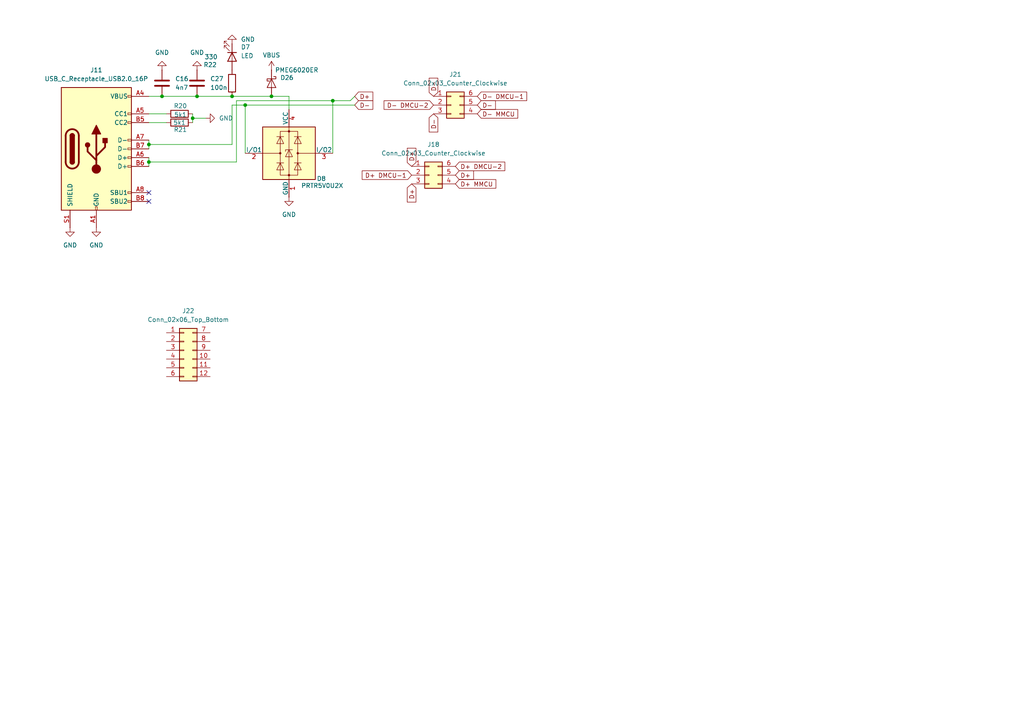
<source format=kicad_sch>
(kicad_sch (version 20250114) (generator "eeschema") (generator_version "9.0")
  (paper "A4")
  (lib_symbols
    (symbol "Connector:USB_C_Receptacle_USB2.0_16P" (pin_names (offset 1.016))
      (property "Reference" "J" (at 0 22.225 0))
      (property "Value" "USB_C_Receptacle_USB2.0_16P" (at 0 19.685 0))
      (symbol "USB_C_Receptacle_USB2.0_16P_0_0"
        (rectangle (start -0.254 -17.78) (end 0.254 -16.764))
        (rectangle (start 10.16 15.494) (end 9.144 14.986))
        (rectangle (start 10.16 10.414) (end 9.144 9.906))
        (rectangle (start 10.16 7.874) (end 9.144 7.366))
        (rectangle (start 10.16 2.794) (end 9.144 2.286))
        (rectangle (start 10.16 0.254) (end 9.144 -0.254))
        (rectangle (start 10.16 -2.286) (end 9.144 -2.794))
        (rectangle (start 10.16 -4.826) (end 9.144 -5.334))
        (rectangle (start 10.16 -12.446) (end 9.144 -12.954))
        (rectangle (start 10.16 -14.986) (end 9.144 -15.494))
      )
      (symbol "USB_C_Receptacle_USB2.0_16P_0_1"
        (rectangle (start -10.16 17.78) (end 10.16 -17.78) (stroke (width 0.254)) (fill (type background)))
        (polyline (pts (xy -8.89 -3.81) (xy -8.89 3.81)) (stroke (width 0.508)))
        (rectangle (start -7.62 -3.81) (end -6.35 3.81) (stroke (width 0.254)) (fill (type outline)))
        (arc (start -7.62 3.81) (mid -6.985 4.4423) (end -6.35 3.81) (stroke (width 0.254)))
        (arc (start -7.62 3.81) (mid -6.985 4.4423) (end -6.35 3.81) (stroke (width 0.254)) (fill (type outline)))
        (arc (start -8.89 3.81) (mid -6.985 5.7067) (end -5.08 3.81) (stroke (width 0.508)))
        (arc (start -5.08 -3.81) (mid -6.985 -5.7067) (end -8.89 -3.81) (stroke (width 0.508)))
        (arc (start -6.35 -3.81) (mid -6.985 -4.4423) (end -7.62 -3.81) (stroke (width 0.254)))
        (arc (start -6.35 -3.81) (mid -6.985 -4.4423) (end -7.62 -3.81) (stroke (width 0.254)) (fill (type outline)))
        (polyline (pts (xy -5.08 3.81) (xy -5.08 -3.81)) (stroke (width 0.508)))
        (circle (center -2.54 1.143) (radius 0.635) (stroke (width 0.254)) (fill (type outline)))
        (polyline (pts (xy -1.27 4.318) (xy 0 6.858) (xy 1.27 4.318) (xy -1.27 4.318)) (stroke (width 0.254)) (fill (type outline)))
        (polyline (pts (xy 0 -2.032) (xy 2.54 0.508) (xy 2.54 1.778)) (stroke (width 0.508)))
        (polyline (pts (xy 0 -3.302) (xy -2.54 -0.762) (xy -2.54 0.508)) (stroke (width 0.508)))
        (polyline (pts (xy 0 -5.842) (xy 0 4.318)) (stroke (width 0.508)))
        (circle (center 0 -5.842) (radius 1.27) (fill (type outline)))
        (rectangle (start 1.905 1.778) (end 3.175 3.048) (stroke (width 0.254)) (fill (type outline)))
      )
      (symbol "USB_C_Receptacle_USB2.0_16P_1_1"
        (pin passive line (at -7.62 -22.86 90) (length 5.08) (name "SHIELD") (number "S1"))
        (pin passive line (at 0 -22.86 90) (length 5.08) (name "GND") (number "A1"))
        (pin passive line (at 0 -22.86 90) (length 5.08) (hide yes) (name "GND") (number "A12"))
        (pin passive line (at 0 -22.86 90) (length 5.08) (hide yes) (name "GND") (number "B1"))
        (pin passive line (at 0 -22.86 90) (length 5.08) (hide yes) (name "GND") (number "B12"))
        (pin passive line (at 15.24 15.24 180) (length 5.08) (name "VBUS") (number "A4"))
        (pin passive line (at 15.24 15.24 180) (length 5.08) (hide yes) (name "VBUS") (number "A9"))
        (pin passive line (at 15.24 15.24 180) (length 5.08) (hide yes) (name "VBUS") (number "B4"))
        (pin passive line (at 15.24 15.24 180) (length 5.08) (hide yes) (name "VBUS") (number "B9"))
        (pin bidirectional line (at 15.24 10.16 180) (length 5.08) (name "CC1") (number "A5"))
        (pin bidirectional line (at 15.24 7.62 180) (length 5.08) (name "CC2") (number "B5"))
        (pin bidirectional line (at 15.24 2.54 180) (length 5.08) (name "D-") (number "A7"))
        (pin bidirectional line (at 15.24 0 180) (length 5.08) (name "D-") (number "B7"))
        (pin bidirectional line (at 15.24 -2.54 180) (length 5.08) (name "D+") (number "A6"))
        (pin bidirectional line (at 15.24 -5.08 180) (length 5.08) (name "D+") (number "B6"))
        (pin bidirectional line (at 15.24 -12.7 180) (length 5.08) (name "SBU1") (number "A8"))
        (pin bidirectional line (at 15.24 -15.24 180) (length 5.08) (name "SBU2") (number "B8"))
      )
    )
    (symbol "Connector_Generic:Conn_02x03_Counter_Clockwise" (pin_names (offset 1.016) (hide yes))
      (property "Reference" "J" (at 1.27 5.08 0))
      (property "Value" "Conn_02x03_Counter_Clockwise" (at 1.27 -5.08 0))
      (symbol "Conn_02x03_Counter_Clockwise_1_1"
        (rectangle (start -1.27 3.81) (end 3.81 -3.81) (stroke (width 0.254)) (fill (type background)))
        (rectangle (start -1.27 2.667) (end 0 2.413) (stroke (width 0.1524)))
        (rectangle (start -1.27 0.127) (end 0 -0.127) (stroke (width 0.1524)))
        (rectangle (start -1.27 -2.413) (end 0 -2.667) (stroke (width 0.1524)))
        (rectangle (start 3.81 2.667) (end 2.54 2.413) (stroke (width 0.1524)))
        (rectangle (start 3.81 0.127) (end 2.54 -0.127) (stroke (width 0.1524)))
        (rectangle (start 3.81 -2.413) (end 2.54 -2.667) (stroke (width 0.1524)))
        (pin passive line (at -5.08 2.54 0) (length 3.81) (name "Pin_1") (number "1"))
        (pin passive line (at -5.08 0 0) (length 3.81) (name "Pin_2") (number "2"))
        (pin passive line (at -5.08 -2.54 0) (length 3.81) (name "Pin_3") (number "3"))
        (pin passive line (at 7.62 2.54 180) (length 3.81) (name "Pin_6") (number "6"))
        (pin passive line (at 7.62 0 180) (length 3.81) (name "Pin_5") (number "5"))
        (pin passive line (at 7.62 -2.54 180) (length 3.81) (name "Pin_4") (number "4"))
      )
    )
    (symbol "Connector_Generic:Conn_02x06_Top_Bottom" (pin_names (offset 1.016) (hide yes))
      (property "Reference" "J" (at 1.27 7.62 0))
      (property "Value" "Conn_02x06_Top_Bottom" (at 1.27 -10.16 0))
      (symbol "Conn_02x06_Top_Bottom_1_1"
        (rectangle (start -1.27 6.35) (end 3.81 -8.89) (stroke (width 0.254)) (fill (type background)))
        (rectangle (start -1.27 5.207) (end 0 4.953) (stroke (width 0.1524)))
        (rectangle (start -1.27 2.667) (end 0 2.413) (stroke (width 0.1524)))
        (rectangle (start -1.27 0.127) (end 0 -0.127) (stroke (width 0.1524)))
        (rectangle (start -1.27 -2.413) (end 0 -2.667) (stroke (width 0.1524)))
        (rectangle (start -1.27 -4.953) (end 0 -5.207) (stroke (width 0.1524)))
        (rectangle (start -1.27 -7.493) (end 0 -7.747) (stroke (width 0.1524)))
        (rectangle (start 3.81 5.207) (end 2.54 4.953) (stroke (width 0.1524)))
        (rectangle (start 3.81 2.667) (end 2.54 2.413) (stroke (width 0.1524)))
        (rectangle (start 3.81 0.127) (end 2.54 -0.127) (stroke (width 0.1524)))
        (rectangle (start 3.81 -2.413) (end 2.54 -2.667) (stroke (width 0.1524)))
        (rectangle (start 3.81 -4.953) (end 2.54 -5.207) (stroke (width 0.1524)))
        (rectangle (start 3.81 -7.493) (end 2.54 -7.747) (stroke (width 0.1524)))
        (pin passive line (at -5.08 5.08 0) (length 3.81) (name "Pin_1") (number "1"))
        (pin passive line (at -5.08 2.54 0) (length 3.81) (name "Pin_2") (number "2"))
        (pin passive line (at -5.08 0 0) (length 3.81) (name "Pin_3") (number "3"))
        (pin passive line (at -5.08 -2.54 0) (length 3.81) (name "Pin_4") (number "4"))
        (pin passive line (at -5.08 -5.08 0) (length 3.81) (name "Pin_5") (number "5"))
        (pin passive line (at -5.08 -7.62 0) (length 3.81) (name "Pin_6") (number "6"))
        (pin passive line (at 7.62 5.08 180) (length 3.81) (name "Pin_7") (number "7"))
        (pin passive line (at 7.62 2.54 180) (length 3.81) (name "Pin_8") (number "8"))
        (pin passive line (at 7.62 0 180) (length 3.81) (name "Pin_9") (number "9"))
        (pin passive line (at 7.62 -2.54 180) (length 3.81) (name "Pin_10") (number "10"))
        (pin passive line (at 7.62 -5.08 180) (length 3.81) (name "Pin_11") (number "11"))
        (pin passive line (at 7.62 -7.62 180) (length 3.81) (name "Pin_12") (number "12"))
      )
    )
    (symbol "Device:C" (pin_numbers (hide yes)) (pin_names (offset 0.254))
      (property "Reference" "C" (at 0.635 2.54 0))
      (property "Value" "C" (at 0.635 -2.54 0))
      (symbol "C_0_1"
        (polyline (pts (xy -2.032 0.762) (xy 2.032 0.762)) (stroke (width 0.508)))
        (polyline (pts (xy -2.032 -0.762) (xy 2.032 -0.762)) (stroke (width 0.508)))
      )
      (symbol "C_1_1"
        (pin passive line (at 0 3.81 270) (length 2.794) (name "~") (number "1"))
        (pin passive line (at 0 -3.81 90) (length 2.794) (name "~") (number "2"))
      )
    )
    (symbol "Device:LED" (pin_numbers (hide yes)) (pin_names (offset 1.016) (hide yes))
      (property "Reference" "D" (at 0 2.54 0))
      (property "Value" "LED" (at 0 -2.54 0))
      (symbol "LED_0_1"
        (polyline (pts (xy -3.048 -0.762) (xy -4.572 -2.286) (xy -3.81 -2.286) (xy -4.572 -2.286) (xy -4.572 -1.524)))
        (polyline (pts (xy -1.778 -0.762) (xy -3.302 -2.286) (xy -2.54 -2.286) (xy -3.302 -2.286) (xy -3.302 -1.524)))
        (polyline (pts (xy -1.27 0) (xy 1.27 0)))
        (polyline (pts (xy -1.27 -1.27) (xy -1.27 1.27)) (stroke (width 0.254)))
        (polyline (pts (xy 1.27 -1.27) (xy 1.27 1.27) (xy -1.27 0) (xy 1.27 -1.27)) (stroke (width 0.254)))
      )
      (symbol "LED_1_1"
        (pin passive line (at -3.81 0 0) (length 2.54) (name "K") (number "1"))
        (pin passive line (at 3.81 0 180) (length 2.54) (name "A") (number "2"))
      )
    )
    (symbol "Device:R" (pin_numbers (hide yes)) (pin_names (offset 0))
      (property "Reference" "R" (at 2.032 0 90))
      (property "Value" "R" (at 0 0 90))
      (symbol "R_0_1"
        (rectangle (start -1.016 -2.54) (end 1.016 2.54) (stroke (width 0.254)))
      )
      (symbol "R_1_1"
        (pin passive line (at 0 3.81 270) (length 1.27) (name "~") (number "1"))
        (pin passive line (at 0 -3.81 90) (length 1.27) (name "~") (number "2"))
      )
    )
    (symbol "Diode:PMEG6020ER" (pin_numbers (hide yes)) (pin_names (hide yes))
      (property "Reference" "D" (at 0 2.54 0))
      (property "Value" "PMEG6020ER" (at 0 -2.54 0))
      (symbol "PMEG6020ER_0_1"
        (polyline (pts (xy -1.905 0.635) (xy -1.905 1.27) (xy -1.27 1.27) (xy -1.27 -1.27) (xy -0.635 -1.27) (xy -0.635 -0.635)) (stroke (width 0.2032)))
        (polyline (pts (xy 1.27 1.27) (xy 1.27 -1.27) (xy -1.27 0) (xy 1.27 1.27)) (stroke (width 0.2032)))
        (polyline (pts (xy 1.27 0) (xy -1.27 0)))
      )
      (symbol "PMEG6020ER_1_1"
        (pin passive line (at -3.81 0 0) (length 2.54) (name "K") (number "1"))
        (pin passive line (at 3.81 0 180) (length 2.54) (name "A") (number "2"))
      )
    )
    (symbol "Power_Protection:PRTR5V0U2X" (pin_names (offset 0))
      (property "Reference" "D" (at 2.794 8.636 0))
      (property "Value" "PRTR5V0U2X" (at 8.128 -9.398 0))
      (symbol "PRTR5V0U2X_0_1"
        (rectangle (start -7.62 -7.62) (end 7.62 7.62) (stroke (width 0.254)) (fill (type background)))
        (polyline (pts (xy -3.556 2.794) (xy -1.524 2.794) (xy -2.54 4.826) (xy -3.556 2.794)))
        (polyline (pts (xy -3.556 -4.826) (xy -1.524 -4.826) (xy -2.54 -2.794) (xy -3.556 -4.826)))
        (rectangle (start -2.54 6.35) (end 2.54 -6.35))
        (circle (center -2.54 0) (radius 0.254) (fill (type outline)))
        (polyline (pts (xy -2.54 0) (xy -7.62 0)))
        (polyline (pts (xy -1.524 4.826) (xy -3.556 4.826)))
        (polyline (pts (xy -1.524 -2.794) (xy -3.556 -2.794)))
        (polyline (pts (xy -1.016 -1.016) (xy 1.016 -1.016) (xy 0 1.016) (xy -1.016 -1.016)))
        (circle (center 0 6.35) (radius 0.254) (fill (type outline)))
        (circle (center 0 -6.35) (radius 0.254) (fill (type outline)))
        (polyline (pts (xy 0 -7.62) (xy 0 7.62)))
        (polyline (pts (xy 1.016 1.016) (xy -1.016 1.016) (xy -1.016 0.508)))
        (polyline (pts (xy 1.524 4.826) (xy 3.556 4.826)))
        (polyline (pts (xy 1.524 -2.794) (xy 3.556 -2.794)))
        (polyline (pts (xy 2.54 0) (xy 7.62 0)))
        (circle (center 2.54 0) (radius 0.254) (fill (type outline)))
        (polyline (pts (xy 3.556 2.794) (xy 1.524 2.794) (xy 2.54 4.826) (xy 3.556 2.794)))
        (polyline (pts (xy 3.556 -4.826) (xy 1.524 -4.826) (xy 2.54 -2.794) (xy 3.556 -4.826)))
      )
      (symbol "PRTR5V0U2X_1_1"
        (pin passive line (at -12.7 0 0) (length 5.08) (name "I/O1") (number "2"))
        (pin passive line (at 0 12.7 270) (length 5.08) (name "VCC") (number "4"))
        (pin passive line (at 0 -12.7 90) (length 5.08) (name "GND") (number "1"))
        (pin passive line (at 12.7 0 180) (length 5.08) (name "I/O2") (number "3"))
      )
    )
    (symbol "power:GND" (power) (pin_numbers (hide yes)) (pin_names (offset 0) (hide yes))
      (property "Value" "GND" (at 0 -3.81 0))
      (symbol "GND_0_1"
        (polyline (pts (xy 0 0) (xy 0 -1.27) (xy 1.27 -1.27) (xy 0 -2.54) (xy -1.27 -1.27) (xy 0 -1.27)))
      )
      (symbol "GND_1_1"
        (pin power_in line (at 0 0 270) (length 0) (name "~") (number "1"))
      )
    )
    (symbol "power:VBUS" (power) (pin_numbers (hide yes)) (pin_names (offset 0) (hide yes))
      (property "Value" "VBUS" (at 0 3.556 0))
      (symbol "VBUS_0_1"
        (polyline (pts (xy -0.762 1.27) (xy 0 2.54)))
        (polyline (pts (xy 0 2.54) (xy 0.762 1.27)))
        (polyline (pts (xy 0 0) (xy 0 2.54)))
      )
      (symbol "VBUS_1_1"
        (pin power_in line (at 0 0 90) (length 0) (name "~") (number "1"))
      )
    )
  )
  (junction (at 43.18 46.99))
  (junction (at 71.12 30.48))
  (junction (at 57.15 27.94))
  (junction (at 96.52 29.21))
  (junction (at 46.99 27.94))
  (junction (at 78.74 27.94))
  (junction (at 43.18 41.91))
  (junction (at 55.88 34.29))
  (junction (at 67.31 27.94))
  (no_connect (at 43.18 58.42))
  (no_connect (at 43.18 55.88))
  (wire (pts (xy 43.18 41.91) (xy 43.18 43.18)))
  (wire (pts (xy 68.58 29.21) (xy 96.52 29.21)))
  (wire (pts (xy 55.88 34.29) (xy 59.69 34.29)))
  (wire (pts (xy 83.82 27.94) (xy 78.74 27.94)))
  (wire (pts (xy 55.88 33.02) (xy 55.88 34.29)))
  (wire (pts (xy 57.15 27.94) (xy 67.31 27.94)))
  (wire (pts (xy 68.58 29.21) (xy 68.58 46.99)))
  (wire (pts (xy 67.31 30.48) (xy 71.12 30.48)))
  (wire (pts (xy 43.18 33.02) (xy 48.26 33.02)))
  (wire (pts (xy 43.18 27.94) (xy 46.99 27.94)))
  (wire (pts (xy 43.18 45.72) (xy 43.18 46.99)))
  (wire (pts (xy 46.99 27.94) (xy 57.15 27.94)))
  (wire (pts (xy 67.31 41.91) (xy 67.31 30.48)))
  (wire (pts (xy 67.31 27.94) (xy 78.74 27.94)))
  (wire (pts (xy 96.52 29.21) (xy 101.6 29.21)))
  (wire (pts (xy 83.82 31.75) (xy 83.82 27.94)))
  (wire (pts (xy 43.18 41.91) (xy 67.31 41.91)))
  (wire (pts (xy 43.18 35.56) (xy 48.26 35.56)))
  (wire (pts (xy 71.12 30.48) (xy 71.12 44.45)))
  (wire (pts (xy 43.18 40.64) (xy 43.18 41.91)))
  (wire (pts (xy 71.12 30.48) (xy 102.87 30.48)))
  (wire (pts (xy 96.52 29.21) (xy 96.52 44.45)))
  (wire (pts (xy 43.18 46.99) (xy 68.58 46.99)))
  (wire (pts (xy 55.88 34.29) (xy 55.88 35.56)))
  (wire (pts (xy 43.18 46.99) (xy 43.18 48.26)))
  (wire (pts (xy 101.6 29.21) (xy 102.87 27.94)))
  (global_label "D-" (shape input) (at 125.73 27.94 90) (property "Intersheetrefs" "${INTERSHEET_REFS}" (effects (hide yes))))
  (global_label "D+ DMCU-2" (shape input) (at 132.08 48.26 0) (property "Intersheetrefs" "${INTERSHEET_REFS}" (effects (hide yes))))
  (global_label "D+" (shape input) (at 102.87 27.94 0) (property "Intersheetrefs" "${INTERSHEET_REFS}" (effects (hide yes))))
  (global_label "D-" (shape input) (at 102.87 30.48 0) (property "Intersheetrefs" "${INTERSHEET_REFS}" (effects (hide yes))))
  (global_label "D-" (shape input) (at 138.43 30.48 0) (property "Intersheetrefs" "${INTERSHEET_REFS}" (effects (hide yes))))
  (global_label "D- DMCU-1" (shape input) (at 138.43 27.94 0) (property "Intersheetrefs" "${INTERSHEET_REFS}" (effects (hide yes))))
  (global_label "D+" (shape input) (at 132.08 50.8 0) (property "Intersheetrefs" "${INTERSHEET_REFS}" (effects (hide yes))))
  (global_label "D+" (shape input) (at 119.38 48.26 90) (property "Intersheetrefs" "${INTERSHEET_REFS}" (effects (hide yes))))
  (global_label "D+ MMCU" (shape input) (at 132.08 53.34 0) (property "Intersheetrefs" "${INTERSHEET_REFS}" (effects (hide yes))))
  (global_label "D- DMCU-2" (shape input) (at 125.73 30.48 180) (property "Intersheetrefs" "${INTERSHEET_REFS}" (effects (hide yes))))
  (global_label "D-" (shape input) (at 125.73 33.02 270) (property "Intersheetrefs" "${INTERSHEET_REFS}" (effects (hide yes))))
  (global_label "D+ DMCU-1" (shape input) (at 119.38 50.8 180) (property "Intersheetrefs" "${INTERSHEET_REFS}" (effects (hide yes))))
  (global_label "D+" (shape input) (at 119.38 53.34 270) (property "Intersheetrefs" "${INTERSHEET_REFS}" (effects (hide yes))))
  (global_label "D- MMCU" (shape input) (at 138.43 33.02 0) (property "Intersheetrefs" "${INTERSHEET_REFS}" (effects (hide yes))))
  (symbol (lib_id "power:GND") (at 20.32 66.04 0) (unit 1)
    (property "Reference" "#PWR096" (effects (hide yes)))
    (property "Value" "GND" (at 20.32 71.12 0))
    (property "Description" "Power symbol creates a global label with name \"GND\" , ground" (effects (hide yes)))
  )
  (symbol (lib_id "Device:R") (at 67.31 24.13 0) (unit 1)
    (property "Reference" "R22" (at 60.96 18.796 0))
    (property "Value" "330" (at 61.214 16.51 0))
    (property "Footprint" "Resistor_SMD:R_0603_1608Metric" (effects (hide yes)))
    (property "Description" "Resistor" (effects (hide yes)))
  )
  (symbol (lib_id "Diode:PMEG6020ER") (at 78.74 24.13 270) (unit 1)
    (property "Reference" "D26" (at 81.28 22.5424 90) (effects (justify left)))
    (property "Value" "PMEG6020ER" (at 79.756 20.32 90) (effects (justify left)))
    (property "Footprint" "Diode_SMD:Nexperia_CFP3_SOD-123W" (effects (hide yes)))
    (property "Datasheet" "https://assets.nexperia.com/documents/data-sheet/PMEG6020ER.pdf" (effects (hide yes)))
    (property "Description" "60V, 2A low Vf MEGA Schottky barrier rectifier, SOD-123W" (effects (hide yes)))
  )
  (symbol (lib_id "Connector_Generic:Conn_02x03_Counter_Clockwise") (at 130.81 30.48 0) (unit 1)
    (property "Reference" "J21" (at 132.08 21.59 0))
    (property "Value" "Conn_02x03_Counter_Clockwise" (at 132.08 24.13 0))
    (property "Footprint" "Connector_PinHeader_2.54mm:PinHeader_2x03_P2.54mm_Vertical" (effects (hide yes)))
    (property "Description" "Generic connector, double row, 02x03, counter clockwise pin numbering scheme (similar to DIP package numbering), script generated (kicad-library-utils/schlib/autogen/connector/)" (effects (hide yes)))
  )
  (symbol (lib_id "power:GND") (at 57.15 20.32 180) (unit 1)
    (property "Reference" "#PWR072" (effects (hide yes)))
    (property "Value" "GND" (at 57.15 15.24 0))
    (property "Description" "Power symbol creates a global label with name \"GND\" , ground" (effects (hide yes)))
  )
  (symbol (lib_id "Device:R") (at 52.07 35.56 90) (unit 1)
    (property "Reference" "R21" (at 52.324 37.592 90))
    (property "Value" "5k1" (at 52.07 35.56 90))
    (property "Footprint" "Resistor_SMD:R_0603_1608Metric" (effects (hide yes)))
    (property "Description" "Resistor" (effects (hide yes)))
  )
  (symbol (lib_id "power:GND") (at 59.69 34.29 90) (unit 1)
    (property "Reference" "#PWR0169" (effects (hide yes)))
    (property "Value" "GND" (at 63.5 34.2899 90) (effects (justify right)))
    (property "Description" "Power symbol creates a global label with name \"GND\" , ground" (effects (hide yes)))
  )
  (symbol (lib_id "power:GND") (at 83.82 57.15 0) (unit 1)
    (property "Reference" "#PWR0175" (effects (hide yes)))
    (property "Value" "GND" (at 83.82 62.23 0))
    (property "Description" "Power symbol creates a global label with name \"GND\" , ground" (effects (hide yes)))
  )
  (symbol (lib_id "Device:LED") (at 67.31 16.51 270) (unit 1)
    (property "Reference" "D7" (at 69.85 13.6524 90) (effects (justify left)))
    (property "Value" "LED" (at 69.85 16.1924 90) (effects (justify left)))
    (property "Footprint" "LED_SMD:LED_0603_1608Metric" (effects (hide yes)))
    (property "Description" "Light emitting diode" (effects (hide yes)))
    (property "Sim.Pins" "1=K 2=A" (effects (hide yes)))
  )
  (symbol (lib_id "Device:C") (at 46.99 24.13 0) (unit 1)
    (property "Reference" "C16" (at 50.8 22.8599 0) (effects (justify left)))
    (property "Value" "4n7" (at 50.8 25.3999 0) (effects (justify left)))
    (property "Footprint" "Capacitor_SMD:C_0603_1608Metric" (effects (hide yes)))
    (property "Description" "Unpolarized capacitor" (effects (hide yes)))
  )
  (symbol (lib_id "Connector_Generic:Conn_02x03_Counter_Clockwise") (at 124.46 50.8 0) (unit 1)
    (property "Reference" "J18" (at 125.73 41.91 0))
    (property "Value" "Conn_02x03_Counter_Clockwise" (at 125.73 44.45 0))
    (property "Footprint" "Connector_PinHeader_2.54mm:PinHeader_2x03_P2.54mm_Vertical" (effects (hide yes)))
    (property "Description" "Generic connector, double row, 02x03, counter clockwise pin numbering scheme (similar to DIP package numbering), script generated (kicad-library-utils/schlib/autogen/connector/)" (effects (hide yes)))
  )
  (symbol (lib_id "Power_Protection:PRTR5V0U2X") (at 83.82 44.45 0) (unit 1)
    (property "Reference" "D8" (at 93.218 51.816 0))
    (property "Value" "PRTR5V0U2X" (at 93.472 53.848 0))
    (property "Footprint" "Package_TO_SOT_SMD:SOT-143" (effects (hide yes)))
    (property "Datasheet" "https://assets.nexperia.com/documents/data-sheet/PRTR5V0U2X.pdf" (effects (hide yes)))
    (property "Description" "Ultra low capacitance double rail-to-rail ESD protection diode, SOT-143" (effects (hide yes)))
  )
  (symbol (lib_id "power:VBUS") (at 78.74 20.32 0) (unit 1)
    (property "Reference" "#PWR0170" (effects (hide yes)))
    (property "Value" "VBUS" (at 78.74 16.002 0))
    (property "Description" "Power symbol creates a global label with name \"VBUS\"" (effects (hide yes)))
  )
  (symbol (lib_id "power:GND") (at 27.94 66.04 0) (unit 1)
    (property "Reference" "#PWR033" (effects (hide yes)))
    (property "Value" "GND" (at 27.94 71.12 0))
    (property "Description" "Power symbol creates a global label with name \"GND\" , ground" (effects (hide yes)))
  )
  (symbol (lib_id "Connector_Generic:Conn_02x06_Top_Bottom") (at 53.34 101.6 0) (unit 1)
    (property "Reference" "J22" (at 54.61 90.17 0))
    (property "Value" "Conn_02x06_Top_Bottom" (at 54.61 92.71 0))
    (property "Footprint" "TerminalBlock_WAGO:TerminalBlock_WAGO_233-503_2x03_P2.54mm" (effects (hide yes)))
    (property "Description" "Generic connector, double row, 02x06, top/bottom pin numbering scheme (row 1: 1...pins_per_row, row2: pins_per_row+1 ... num_pins), script generated (kicad-library-utils/schlib/autogen/connector/)" (effects (hide yes)))
  )
  (symbol (lib_id "Device:R") (at 52.07 33.02 90) (unit 1)
    (property "Reference" "R20" (at 52.324 30.734 90))
    (property "Value" "5k1" (at 52.324 33.274 90))
    (property "Footprint" "Resistor_SMD:R_0603_1608Metric" (effects (hide yes)))
    (property "Description" "Resistor" (effects (hide yes)))
  )
  (symbol (lib_id "Connector:USB_C_Receptacle_USB2.0_16P") (at 27.94 43.18 0) (unit 1)
    (property "Reference" "J11" (at 27.94 20.32 0))
    (property "Value" "USB_C_Receptacle_USB2.0_16P" (at 27.94 22.86 0))
    (property "Footprint" "Connector_USB:USB_C_Receptacle_GCT_USB4105-xx-A_16P_TopMnt_Horizontal" (effects (hide yes)))
    (property "Datasheet" "https://www.usb.org/sites/default/files/documents/usb_type-c.zip" (effects (hide yes)))
    (property "Description" "USB 2.0-only 16P Type-C Receptacle connector" (effects (hide yes)))
  )
  (symbol (lib_id "power:GND") (at 46.99 20.32 180) (unit 1)
    (property "Reference" "#PWR071" (effects (hide yes)))
    (property "Value" "GND" (at 46.99 15.24 0))
    (property "Description" "Power symbol creates a global label with name \"GND\" , ground" (effects (hide yes)))
  )
  (symbol (lib_id "Device:C") (at 57.15 24.13 0) (unit 1)
    (property "Reference" "C27" (at 60.96 22.8599 0) (effects (justify left)))
    (property "Value" "100n" (at 60.96 25.3999 0) (effects (justify left)))
    (property "Footprint" "Capacitor_SMD:C_0603_1608Metric" (effects (hide yes)))
    (property "Description" "Unpolarized capacitor" (effects (hide yes)))
  )
  (symbol (lib_id "power:GND") (at 67.31 12.7 180) (unit 1)
    (property "Reference" "#PWR0187" (effects (hide yes)))
    (property "Value" "GND" (at 69.85 11.4299 0) (effects (justify right)))
    (property "Description" "Power symbol creates a global label with name \"GND\" , ground" (effects (hide yes)))
  )
)
</source>
